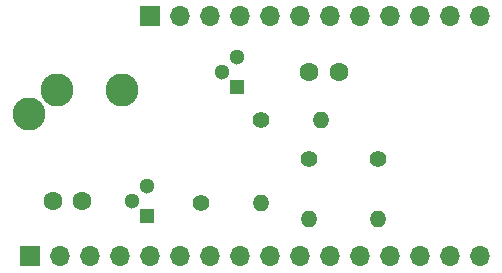
<source format=gbr>
%TF.GenerationSoftware,KiCad,Pcbnew,8.0.4*%
%TF.CreationDate,2024-08-09T00:28:27-05:00*%
%TF.ProjectId,FeatherDancer,46656174-6865-4724-9461-6e6365722e6b,rev?*%
%TF.SameCoordinates,Original*%
%TF.FileFunction,Soldermask,Top*%
%TF.FilePolarity,Negative*%
%FSLAX46Y46*%
G04 Gerber Fmt 4.6, Leading zero omitted, Abs format (unit mm)*
G04 Created by KiCad (PCBNEW 8.0.4) date 2024-08-09 00:28:27*
%MOMM*%
%LPD*%
G01*
G04 APERTURE LIST*
%ADD10R,1.700000X1.700000*%
%ADD11O,1.700000X1.700000*%
%ADD12C,1.400000*%
%ADD13O,1.400000X1.400000*%
%ADD14C,1.600000*%
%ADD15C,2.800000*%
%ADD16R,1.300000X1.300000*%
%ADD17C,1.300000*%
G04 APERTURE END LIST*
D10*
%TO.C,J2*%
X139611100Y-94843600D03*
D11*
X142151100Y-94843600D03*
X144691100Y-94843600D03*
X147231100Y-94843600D03*
X149771100Y-94843600D03*
X152311100Y-94843600D03*
X154851100Y-94843600D03*
X157391100Y-94843600D03*
X159931100Y-94843600D03*
X162471100Y-94843600D03*
X165011100Y-94843600D03*
X167551100Y-94843600D03*
%TD*%
D10*
%TO.C,J1*%
X129451100Y-115163600D03*
D11*
X131991100Y-115163600D03*
X134531100Y-115163600D03*
X137071100Y-115163600D03*
X139611100Y-115163600D03*
X142151100Y-115163600D03*
X144691100Y-115163600D03*
X147231100Y-115163600D03*
X149771100Y-115163600D03*
X152311100Y-115163600D03*
X154851100Y-115163600D03*
X157391100Y-115163600D03*
X159931100Y-115163600D03*
X162471100Y-115163600D03*
X165011100Y-115163600D03*
X167551100Y-115163600D03*
%TD*%
D12*
%TO.C,R3*%
X143923500Y-110617000D03*
D13*
X149003500Y-110617000D03*
%TD*%
D12*
%TO.C,R4*%
X148955000Y-103632000D03*
D13*
X154035000Y-103632000D03*
%TD*%
%TO.C,R2*%
X158877000Y-112014000D03*
D12*
X158877000Y-106934000D03*
%TD*%
D14*
%TO.C,C2*%
X155555000Y-99568000D03*
X153055000Y-99568000D03*
%TD*%
D15*
%TO.C,J3*%
X137196000Y-101097000D03*
X129296000Y-103097000D03*
X131696000Y-101097000D03*
%TD*%
D14*
%TO.C,C1*%
X131338000Y-110490000D03*
X133838000Y-110490000D03*
%TD*%
D13*
%TO.C,R1*%
X153035000Y-112014000D03*
D12*
X153035000Y-106934000D03*
%TD*%
D16*
%TO.C,Q1*%
X139319000Y-111760000D03*
D17*
X138049000Y-110490000D03*
X139319000Y-109220000D03*
%TD*%
D16*
%TO.C,Q2*%
X146918000Y-100838000D03*
D17*
X145648000Y-99568000D03*
X146918000Y-98298000D03*
%TD*%
M02*

</source>
